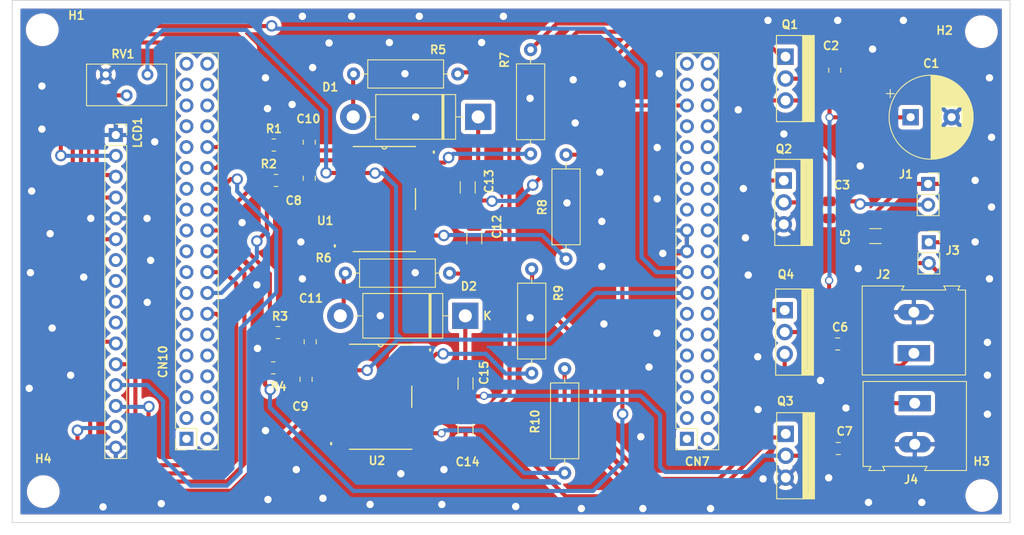
<source format=kicad_pcb>
(kicad_pcb (version 20221018) (generator pcbnew)
  (layers (0 "F.Cu" signal) (31 "B.Cu" signal) (34 "B.Paste" user) (35 "F.Paste" user) (36 "B.SilkS" user "B.Silkscreen") (37 "F.SilkS" user "F.Silkscreen") (38 "B.Mask" user) (39 "F.Mask" user) (44 "Edge.Cuts" user))
  (net 0 "")
  (net 1 "Vdrive")
  (net 2 "GND")
  (net 3 "S1")
  (net 4 "/out+")
  (net 5 "S3")
  (net 6 "/InL1")
  (net 7 "/InL")
  (net 8 "/InH1")
  (net 9 "/InH")
  (net 10 "VDD")
  (net 11 "/VSH1")
  (net 12 "/VSH")
  (net 13 "Net-(D1-A)")
  (net 14 "Net-(D2-A)")
  (net 15 "+3.3V")
  (net 16 "+5V")
  (net 17 "A3")
  (net 18 "D12")
  (net 19 "D11")
  (net 20 "D10")
  (net 21 "D8")
  (net 22 "D7")
  (net 23 "D6")
  (net 24 "D5")
  (net 25 "D4")
  (net 26 "D9")
  (net 27 "Net-(LCD1-Pin_3)")
  (net 32 "M1")
  (net 33 "M2")
  (net 34 "M4")
  (net 35 "M3")
  (net 36 "/OutH1")
  (net 37 "/OutL1")
  (net 38 "/OutH")
  (net 39 "/OutL")
  (net 40 "/CPO_1")
  (net 41 "/CP-1")
  (net 42 "/CP+1")
  (net 43 "/OPO1")
  (net 44 "/OP-1")
  (net 45 "/OP+1")
  (net 47 "/CPO_")
  (net 48 "/CP-")
  (net 49 "/CP+")
  (net 50 "/OPO")
  (net 51 "/OP-")
  (net 52 "/OP+")
  (footprint "IRF840-final:TO-220-1" (layer "F.Cu") (at 148.6631 127.8158 -90)
    (fp_text reference "Q3")
    (fp_text value "IRF840")
  )
  (footprint "MountingHole:MountingHole_3mm" (layer "F.Cu") (at 58.039 75.8952)
    (fp_text reference "H1")
    (fp_text value "MountingHole")
  )
  (footprint "Gate-Driver-final:PG-DSO-18-2_INF" (layer "F.Cu") (at 99.2868 120.6244)
    (fp_text reference "U2")
    (fp_text value "2ED020I12-FI")
  )
  (footprint "Capacitor_SMD:C_1206_3216Metric_Pad1.33x1.80mm_HandSolder" (layer "F.Cu") (at 109.6358 119.0094 -90)
    (fp_text reference "C15")
    (fp_text value "470n")
  )
  (footprint "Connector_PinSocket_2.54mm:PinSocket_1x02_P2.54mm_Vertical" (layer "F.Cu") (at 166.1039 101.7912)
    (fp_text reference "J3")
    (fp_text value "Conn_01x02")
  )
  (footprint "IRF840-final:TO-220-1" (layer "F.Cu") (at 148.4248 96.9347 -90)
    (fp_text reference "Q2")
    (fp_text value "IRF840")
  )
  (footprint "Capacitor_SMD:C_1206_3216Metric_Pad1.33x1.80mm_HandSolder" (layer "F.Cu") (at 109.6358 124.6594 -90)
    (fp_text reference "C14")
    (fp_text value "470n")
  )
  (footprint "Resistor_THT:R_Axial_DIN0309_L9.0mm_D3.2mm_P12.70mm_Horizontal" (layer "F.Cu") (at 117.7 117.75 90)
    (fp_text reference "R9")
    (fp_text value "10")
  )
  (footprint "TerminalBlock:TerminalBlock_Altech_AK300-2_P5.00mm" (layer "F.Cu") (at 164.2839 115.3182 90)
    (fp_text reference "J2")
    (fp_text value "Screw_Terminal_01x02")
  )
  (footprint "Resistor_THT:R_Axial_DIN0309_L9.0mm_D3.2mm_P12.70mm_Horizontal" (layer "F.Cu") (at 108.6866 81.28 180)
    (fp_text reference "R5")
    (fp_text value "10")
  )
  (footprint "Capacitor_SMD:C_0805_2012Metric_Pad1.18x1.45mm_HandSolder" (layer "F.Cu") (at 155.0631 126.9339)
    (fp_text reference "C7")
    (fp_text value "20p")
  )
  (footprint "Resistor_THT:R_Axial_DIN0309_L9.0mm_D3.2mm_P12.70mm_Horizontal" (layer "F.Cu") (at 107.6858 105.5594 180)
    (fp_text reference "R6")
    (fp_text value "10")
  )
  (footprint "Capacitor_SMD:C_0805_2012Metric_Pad1.18x1.45mm_HandSolder" (layer "F.Cu") (at 90.5858 93.9969 -90)
    (fp_text reference "C8")
    (fp_text value "470p")
  )
  (footprint "Capacitor_SMD:C_0805_2012Metric_Pad1.18x1.45mm_HandSolder" (layer "F.Cu") (at 90.7 113.919 90)
    (fp_text reference "C11")
    (fp_text value "20p")
  )
  (footprint "Resistor_SMD:R_0805_2012Metric_Pad1.20x1.40mm_HandSolder" (layer "F.Cu") (at 86.2 117.1)
    (fp_text reference "R4")
    (fp_text value "330")
  )
  (footprint "IRF840-final:TO-220-1" (layer "F.Cu") (at 148.5382 112.74115 -90)
    (fp_text reference "Q4")
    (fp_text value "IRF840")
  )
  (footprint "Connector_PinSocket_2.54mm:PinSocket_2x19_P2.54mm_Vertical" (layer "F.Cu") (at 136.6158 125.7554 180)
    (fp_text reference "CN7")
    (fp_text value "Conn_02x19_Odd_Even")
  )
  (footprint "Connector_PinSocket_2.54mm:PinSocket_1x02_P2.54mm_Vertical" (layer "F.Cu") (at 166.0229 94.6792)
    (fp_text reference "J1")
    (fp_text value "Conn_01x02")
  )
  (footprint "Capacitor_SMD:C_0805_2012Metric_Pad1.18x1.45mm_HandSolder" (layer "F.Cu") (at 90.2 118.5 -90)
    (fp_text reference "C9")
    (fp_text value "470p")
  )
  (footprint "Capacitor_SMD:C_0805_2012Metric_Pad1.18x1.45mm_HandSolder" (layer "F.Cu") (at 154.9882 114.19115)
    (fp_text reference "C6")
    (fp_text value "20p")
  )
  (footprint "Resistor_SMD:R_0805_2012Metric_Pad1.20x1.40mm_HandSolder" (layer "F.Cu") (at 86.5298 94.2554)
    (fp_text reference "R2")
    (fp_text value "330")
  )
  (footprint "Connector_PinSocket_2.54mm:PinSocket_2x19_P2.54mm_Vertical" (layer "F.Cu") (at 75.6158 125.7554 180)
    (fp_text reference "CN10")
    (fp_text value "Conn_02x19_Odd_Even")
  )
  (footprint "Capacitor_SMD:C_1206_3216Metric_Pad1.33x1.80mm_HandSolder" (layer "F.Cu") (at 159.5939 101.0432)
    (fp_text reference "C5")
    (fp_text value "470n")
  )
  (footprint "Resistor_THT:R_Axial_DIN0309_L9.0mm_D3.2mm_P12.70mm_Horizontal" (layer "F.Cu") (at 121.7158 129.9074 90)
    (fp_text reference "R10")
    (fp_text value "10")
  )
  (footprint "Capacitor_SMD:C_0805_2012Metric_Pad1.18x1.45mm_HandSolder" (layer "F.Cu") (at 154.6352 80.8189 90)
    (fp_text reference "C2")
    (fp_text value "20p")
  )
  (footprint "Resistor_THT:R_Axial_DIN0309_L9.0mm_D3.2mm_P12.70mm_Horizontal" (layer "F.Cu") (at 121.8858 103.8274 90)
    (fp_text reference "R8")
    (fp_text value "10")
  )
  (footprint "Gate-Driver-final:PG-DSO-18-2_INF" (layer "F.Cu") (at 99.7368 96.5244)
    (fp_text reference "U1")
    (fp_text value "2ED020I12-FI")
  )
  (footprint "MountingHole:MountingHole_3mm" (layer "F.Cu") (at 58.166 132.1816)
    (fp_text reference "H4")
    (fp_text value "MountingHole")
  )
  (footprint "Capacitor_SMD:C_1206_3216Metric_Pad1.33x1.80mm_HandSolder" (layer "F.Cu") (at 109.9 95.1125 -90)
    (fp_text reference "C13")
    (fp_text value "470n")
  )
  (footprint "Resistor_THT:R_Axial_DIN0309_L9.0mm_D3.2mm_P12.70mm_Horizontal" (layer "F.Cu") (at 117.5658 91.0174 90)
    (fp_text reference "R7")
    (fp_text value "10")
  )
  (footprint "Diode_THT:D_DO-201AD_P15.24mm_Horizontal" (layer "F.Cu") (at 111.1758 86.5124 180)
    (fp_text reference "D1")
    (fp_text value "1N5822")
  )
  (footprint "Diode_THT:D_DO-201AD_P15.24mm_Horizontal" (layer "F.Cu") (at 109.6058 110.7594 180)
    (fp_text reference "D2")
    (fp_text value "1N5822")
  )
  (footprint "Capacitor_SMD:C_0805_2012Metric_Pad1.18x1.45mm_HandSolder" (layer "F.Cu") (at 153.9748 97.8447 -90)
    (fp_text reference "C3")
    (fp_text value "20p")
  )
  (footprint "Capacitor_SMD:C_0805_2012Metric_Pad1.18x1.45mm_HandSolder" (layer "F.Cu") (at 90.5858 89.5969 90)
    (fp_text reference "C10")
    (fp_text value "20p")
  )
  (footprint "Capacitor_THT:CP_Radial_D10.0mm_P5.00mm" (layer "F.Cu") (at 163.882323 86.55)
    (fp_text reference "C1")
    (fp_text value "470u")
  )
  (footprint "MountingHole:MountingHole_3mm" (layer "F.Cu") (at 172.5168 76.1238)
    (fp_text reference "H2")
    (fp_text value "MountingHole")
  )
  (footprint "Resistor_SMD:R_0805_2012Metric_Pad1.20x1.40mm_HandSolder" (layer "F.Cu") (at 86.2758 89.9374)
    (fp_text reference "R1")
    (fp_text value "47")
  )
  (footprint "IRF840-final:TO-220-1" (layer "F.Cu") (at 148.6352 81.8389 -90)
    (fp_text reference "Q1")
    (fp_text value "IRF840")
  )
  (footprint "MountingHole:MountingHole_3mm" (layer "F.Cu") (at 172.5676 132.6642)
    (fp_text reference "H3")
    (fp_text value "MountingHole")
  )
  (footprint "Resistor_SMD:R_0805_2012Metric_Pad1.20x1.40mm_HandSolder" (layer "F.Cu") (at 86.7838 112.7974)
    (fp_text reference "R3")
    (fp_text value "47")
  )
  (footprint "Potentiometer_THT:Potentiometer_Bourns_3386X_Horizontal" (layer "F.Cu") (at 70.8658 81.3474 -90)
    (fp_text reference "RV1")
    (fp_text value "1k")
  )
  (footprint "Capacitor_SMD:C_1206_3216Metric_Pad1.33x1.80mm_HandSolder" (layer "F.Cu") (at 110.7 101.3 -90)
    (fp_text reference "C12")
    (fp_text value "470n")
  )
  (footprint "Connector_PinSocket_2.54mm:PinSocket_1x16_P2.54mm_Vertical" (layer "F.Cu") (at 67.0048 88.7222)
    (fp_text reference "LCD1")
    (fp_text value "Conn_01x16")
  )
  (footprint "TerminalBlock:TerminalBlock_Altech_AK300-2_P5.00mm" (layer "F.Cu") (at 164.3888 121.412 -90)
    (fp_text reference "J4")
    (fp_text value "Screw_Terminal_01x02")
  )
  (gr_rect (start 54.3814 72.3138) (end 175.9966 135.9662) (stroke (width 0.1)) (fill none) (layer "Edge.Cuts"))
  (segment (start 154.6352 81.8564) (end 148.6527 81.8564) (width 0.5) (layer "F.Cu") (net 1))
  (segment (start 154 86.5632) (end 163.7898 86.5632) (width 0.5) (layer "F.Cu") (net 1))
  (segment (start 163.7898 86.5632) (end 163.8866 86.4664) (width 0.5) (layer "F.Cu") (net 1))
  (segment (start 151.24115 112.74115) (end 148.5382 112.74115) (width 0.5) (layer "F.Cu") (net 1))
  (segment (start 153.9507 114.19115) (end 153.9507 115.8507) (width 0.5) (layer "F.Cu") (net 1))
  (segment (start 154.6479 81.9537) (end 154.6479 81.8112) (width 0.5) (layer "F.Cu") (net 1))
  (segment (start 148.6527 81.8564) (end 148.6352 81.8389) (width 0.5) (layer "F.Cu") (net 1))
  (segment (start 154 86.5632) (end 154 84.3479) (width 0.5) (layer "F.Cu") (net 1))
  (segment (start 153.9507 114.19115) (end 152.69115 114.19115) (width 0.5) (layer "F.Cu") (net 1))
  (segment (start 154.686 81.9072) (end 154.6352 81.8564) (width 0.5) (layer "F.Cu") (net 1))
  (segment (start 152.69115 114.19115) (end 151.24115 112.74115) (width 0.5) (layer "F.Cu") (net 1))
  (segment (start 153.9507 115.8507) (end 154.94 116.84) (width 0.5) (layer "F.Cu") (net 1))
  (segment (start 162.7621 116.84) (end 164.2839 115.3182) (width 0.5) (layer "F.Cu") (net 1))
  (segment (start 154.94 116.84) (end 162.7621 116.84) (width 0.5) (layer "F.Cu") (net 1))
  (segment (start 154 84.3479) (end 154.6352 83.7127) (width 0.5) (layer "F.Cu") (net 1))
  (segment (start 154.6352 83.7127) (end 154.6352 81.8564) (width 0.5) (layer "F.Cu") (net 1))
  (segment (start 153.9507 106.4507) (end 153.9507 114.19115) (width 0.5) (layer "F.Cu") (net 1))
  (via (at 153.9507 106.4507) (size 1) (drill 0.7) (layers "F.Cu" "B.Cu") (net 1))
  (via (at 154 86.5632) (size 1) (drill 0.7) (layers "F.Cu" "B.Cu") (net 1))
  (segment (start 154 106.4014) (end 153.9507 106.4507) (width 0.5) (layer "B.Cu") (net 1))
  (segment (start 154 86.5632) (end 154 106.4014) (width 0.5) (layer "B.Cu") (net 1))
  (segment (start 154.0073 98.9147) (end 153.9748 98.8822) (width 0.5) (layer "F.Cu") (net 2))
  (segment (start 156.1506 126.8839) (end 156.1006 126.9339) (width 0.5) (layer "F.Cu") (net 2))
  (segment (start 101.3158 126.3394) (end 103.9858 126.3394) (width 0.5) (layer "F.Cu") (net 2))
  (segment (start 133.6802 103.1494) (end 136.3618 103.1494) (width 0.5) (layer "F.Cu") (net 2))
  (segment (start 104.4358 102.2394) (end 104.4378 102.2374) (width 0.5) (layer "F.Cu") (net 2))
  (segment (start 98.9858 124.0094) (end 101.3158 126.3394) (width 0.5) (layer "F.Cu") (net 2))
  (segment (start 98.6358 101.0094) (end 99.8658 102.2394) (width 0.5) (layer "F.Cu") (net 2))
  (segment (start 95.0378 94.6194) (end 96.4997 94.6194) (width 0.5) (layer "F.Cu") (net 2))
  (segment (start 98.9858 121.6555) (end 98.9858 124.0094) (width 0.5) (layer "F.Cu") (net 2))
  (segment (start 136.6158 100.3554) (end 136.6158 102.8954) (width 0.5) (layer "F.Cu") (net 2))
  (segment (start 98.6358 96.7555) (end 98.6358 101.0094) (width 0.5) (layer "F.Cu") (net 2))
  (segment (start 99.8658 102.2394) (end 104.4358 102.2394) (width 0.5) (layer "F.Cu") (net 2))
  (segment (start 136.3618 103.1494) (end 136.6158 102.8954) (width 0.5) (layer "F.Cu") (net 2))
  (segment (start 94.5878 118.7194) (end 96.0497 118.7194) (width 0.5) (layer "F.Cu") (net 2))
  (segment (start 148.3091 99.7204) (end 148.4248 99.6047) (width 0.5) (layer "F.Cu") (net 2))
  (segment (start 67.0048 98.8822) (end 70.8152 98.8822) (width 0.5) (layer "F.Cu") (net 2))
  (segment (start 96.4997 94.6194) (end 98.6358 96.7555) (width 0.5) (layer "F.Cu") (net 2))
  (segment (start 90.5858 95.0344) (end 90.7602 94.86) (width 0.5) (layer "F.Cu") (net 2))
  (segment (start 96.0497 118.7194) (end 98.9858 121.6555) (width 0.5) (layer "F.Cu") (net 2))
  (via (at 115.75 134) (size 1.4) (drill 0.9) (layers "F.Cu" "B.Cu") (net 2))
  (via (at 71.75 89.55) (size 1.4) (drill 0.9) (layers "F.Cu" "B.Cu") (net 2))
  (via (at 173.5 81.75) (size 1.4) (drill 0.9) (layers "F.Cu" "B.Cu") (net 2))
  (via (at 117.5 84.25) (size 1.4) (drill 0.9) (layers "F.Cu" "B.Cu") (net 2))
  (via (at 84.201 106.9848) (size 1.4) (drill 0.9) (layers "F.Cu" "B.Cu") (net 2))
  (via (at 173.75 89) (size 1.4) (drill 0.9) (layers "F.Cu" "B.Cu") (net 2))
  (via (at 58 82.75) (size 1.4) (drill 0.9) (layers "F.Cu" "B.Cu") (net 2))
  (via (at 171.75 94.25) (size 1.4) (drill 0.9) (layers "F.Cu" "B.Cu") (net 2))
  (via (at 145.8976 130.6322) (size 1.4) (drill 0.9) (layers "F.Cu" "B.Cu") (net 2))
  (via (at 157.75 92.5) (size 1.4) (drill 0.9) (layers "F.Cu" "B.Cu") (net 2))
  (via (at 117.5 111) (size 1.4) (drill 0.9) (layers "F.Cu" "B.Cu") (net 2))
  (via (at 144.0942 105.791) (size 1.4) (drill 0.9) (layers "F.Cu" "B.Cu") (net 2))
  (via (at 148.4376 88.5952) (size 1.4) (drill 0.9) (layers "F.Cu" "B.Cu") (net 2))
  (via (at 156 122) (size 1.4) (drill 0.9) (layers "F.Cu" "B.Cu") (net 2))
  (via (at 133.6802 103.1494) (size 1.4) (drill 0.9) (layers "F.Cu" "B.Cu") (net 2))
  (via (at 153.8986 130.5052) (size 1.4) (drill 0.9) (layers "F.Cu" "B.Cu") (net 2))
  (via (at 85.5 85.5) (size 1.4) (drill 0.9) (layers "F.Cu" "B.Cu") (net 2))
  (via (at 63.0936 106.045) (size 1.4) (drill 0.9) (layers "F.Cu" "B.Cu") (net 2))
  (via (at 63.9572 98.8822) (size 1.4) (drill 0.9) (layers "F.Cu" "B.Cu") (net 2))
  (via (at 89 129.5) (size 1.4) (drill 0.9) (layers "F.Cu" "B.Cu") (net 2))
  (via (at 103.5 105.5) (size 1.4) (drill 0.9) (layers "F.Cu" "B.Cu") (net 2))
  (via (at 123 87.25) (size 1.4) (drill 0.9) (layers "F.Cu" "B.Cu") (net 2))
  (via (at 123.75 134.25) (size 1.4) (drill 0.9) (layers "F.Cu" "B.Cu") (net 2))
  (via (at 85.25 81.75) (size 1.4) (drill 0.9) (layers "F.Cu" "B.Cu") (net 2))
  (via (at 65.45 134.05) (size 1.4) (drill 0.9) (layers "F.Cu" "B.Cu") (net 2))
  (via (at 82.4 99.4) (size 1.4) (drill 0.9) (layers "F.Cu" "B.Cu") (net 2))
  (via (at 84.2772 114.7318) (size 1.4) (drill 0.9) (layers "F.Cu" "B.Cu") (net 2))
  (via (at 165.25 133.5) (size 1.4) (drill 0.9) (layers "F.Cu" "B.Cu") (net 2))
  (via (at 59 100.75) (size 1.4) (drill 0.9) (layers "F.Cu" "B.Cu") (net 2))
  (via (at 58 88) (size 1.4) (drill 0.9) (layers "F.Cu" "B.Cu") (net 2))
  (via (at 146.5 74.75) (size 1.4) (drill 0.9) (layers "F.Cu" "B.Cu") (net 2))
  (via (at 131 125.5) (size 1.4) (drill 0.9) (layers "F.Cu" "B.Cu") (net 2))
  (via (at 91 80.5) (size 1.4) (drill 0.9) (layers "F.Cu" "B.Cu") (net 2))
  (via (at 171.75 101.75) (size 1.4) (drill 0.9) (layers "F.Cu" "B.Cu") (net 2))
  (via (at 56.6 105.5) (size 1.4) (drill 0.9) (layers "F.Cu" "B.Cu") (net 2))
  (via (at 128.75 82.5) (size 1.4) (drill 0.9) (layers "F.Cu" "B.Cu") (net 2))
  (via (at 89.5604 101.7524) (size 1.4) (drill 0.9) (layers "F.Cu" "B.Cu") (net 2))
  (via (at 139.5 134.25) (size 1.4) (drill 0.9) (layers "F.Cu" "B.Cu") (net 2))
  (via (at 132 117) (size 1.4) (drill 0.9) (layers "F.Cu" "B.Cu") (net 2))
  (via (at 85.25 124.75) (size 1.4) (drill 0.9) (layers "F.Cu" "B.Cu") (net 2))
  (via (at 126.25 104.75) (size 1.4) (drill 0.9) (layers "F.Cu" "B.Cu") (net 2))
  (via (at 159.25 78.25) (size 1.4) (drill 0.9) (layers "F.Cu" "B.Cu") (net 2))
  (via (at 85.55 133.15) (size 1.4) (drill 0.9) (layers "F.Cu" "B.Cu") (net 2))
  (via (at 104 74.25) (size 1.4) (drill 0.9) (layers "F.Cu" "B.Cu") (net 2))
  (via (at 131.25 134.25) (size 1.4) (drill 0.9) (layers "F.Cu" "B.Cu") (net 2))
  (via (at 152.908 118.6434) (size 1.4) (drill 0.9) (layers "F.Cu" "B.Cu") (net 2))
  (via (at 99.25 110.75) (size 1.4) (drill 0.9) (layers "F.Cu" "B.Cu") (net 2))
  (via (at 133 96.5) (size 1.4) (drill 0.9) (layers "F.Cu" "B.Cu") (net 2))
  (via (at 126 93.25) (size 1.4) (drill 0.9) (layers "F.Cu" "B.Cu") (net 2))
  (via (at 71.25 104) (size 1.4) (drill 0.9) (layers "F.Cu" "B.Cu") (net 2))
  (via (at 122.7582 81.9912) (size 1.4) (drill 0.9) (layers "F.Cu" "B.Cu") (net 2))
  (via (at 133.25 81.25) (size 1.4) (drill 0.9) (layers "F.Cu" "B.Cu") (net 2))
  (via (at 133 90.25) (size 1.4) (drill 0.9) (layers "F.Cu" "B.Cu") (net 2))
  (via (at 95.75 74.25) (size 1.4) (drill 0.9) (layers "F.Cu" "B.Cu") (net 2))
  (via (at 126.25 99.25) (size 1.4) (drill 0.9) (layers "F.Cu" "B.Cu") (net 2))
  (via (at 114.25 74.25) (size 1.4) (drill 0.9) (layers "F.Cu" "B.Cu") (net 2))
  (via (at 111.6 77.45) (size 1.4) (drill 0.9) (layers "F.Cu" "B.Cu") (net 2))
  (via (at 132.969 112.8776) (size 1.4) (drill 0.9) (layers "F.Cu" "B.Cu") (net 2))
  (via (at 145.25 115.75) (size 1.4) (drill 0.9) (layers "F.Cu" "B.Cu") (net 2))
  (via (at 70.8406 109.1184) (size 1.4) (drill 0.9) (layers "F.Cu" "B.Cu") (net 2))
  (via (at 56.75 95.55) (size 1.4) (drill 0.9) (layers "F.Cu" "B.Cu") (net 2))
  (via (at 59.25 112.25) (size 1.4) (drill 0.9) (layers "F.Cu" "B.Cu") (net 2))
  (via (at 92.25 133) (size 1.4) (drill 0.9) (layers "F.Cu" "B.Cu") (net 2))
  (via (at 122 97) (size 1.4) (drill 0.9) (layers "F.Cu" "B.Cu") (net 2))
  (via (at 61.5 118) (size 1.4) (drill 0.9) (layers "F.Cu" "B.Cu") (net 2))
  (via (at 88.5 85) (size 1.4) (drill 0.9) (layers "F.Cu" "B.Cu") (net 2))
  (via (at 157.5 105) (size 1.4) (drill 0.9) (layers "F.Cu" "B.Cu") (net 2))
  (via (at 173.25 114) (size 1.4) (drill 0.9) (layers "F.Cu" "B.Cu") (net 2))
  (via (at 143.75 101.25) (size 1.4) (drill 0.9) (layers "F.Cu" "B.Cu") (net 2))
  (via (at 126.5 111.75) (size 1.4) (drill 0.9) (layers "F.Cu" "B.Cu") (net 2))
  (via (at 158.75 133.5) (size 1.4) (drill 0.9) (layers "F.Cu" "B.Cu") (net 2))
  (via (at 163 74.75) (size 1.4) (drill 0.9) (layers "F.Cu" "B.Cu") (net 2))
  (via (at 89.75 106.25) (size 1.4) (drill 0.9) (layers "F.Cu" "B.Cu") (net 2))
  (via (at 142.875 85.6488) (size 1.4) (drill 0.9) (layers "F.Cu" "B.Cu") (net 2))
  (via (at 89.75 74.25) (size 1.4) (drill 0.9) (layers "F.Cu" "B.Cu") (net 2))
  (via (at 173.5 106.25) (size 1.4) (drill 0.9) (layers "F.Cu" "B.Cu") (net 2))
  (via (at 145.288 122.174) (size 1.4) (drill 0.9) (layers "F.Cu" "B.Cu") (net 2))
  (via (at 98 133.75) (size 1.4) (drill 0.9) (layers "F.Cu" "B.Cu") (net 2))
  (via (at 101.75 130) (size 1.4) (drill 0.9) (layers "F.Cu" "B.Cu") (net 2))
  (via (at 103.5558 86.5124) (size 1.4) (drill 0.9) (layers "F.Cu" "B.Cu") (net 2))
  (via (at 106.75 133.75) (size 1.4) (drill 0.9) (layers "F.Cu" "B.Cu") (net 2))
  (via (at 155 74.75) (size 1.4) (drill 0.9) (layers "F.Cu" "B.Cu") (net 2))
  (via (at 173.75 97.5) (size 1.4) (drill 0.9) (layers "F.Cu" "B.Cu") (net 2))
  (via (at 93 77.5) (size 1.4) (drill 0.9) (layers "F.Cu" "B.Cu") (net 2))
  (via (at 143.5 95.25) (size 1.4) (drill 0.9) (layers "F.Cu" "B.Cu") (net 2))
  (via (at 100.35 77.45) (size 1.4) (drill 0.9) (layers "F.Cu" "B.Cu") (net 2))
  (via (at 72.55 133.65) (size 1.4) (drill 0.9) (layers "F.Cu" "B.Cu") (net 2))
  (via (at 56.45 119.6) (size 1.4) (drill 0.9) (layers "F.Cu" "B.Cu") (net 2))
  (via (at 173.25 118) (size 1.4) (drill 0.9) (layers "F.Cu" "B.Cu") (net 2))
  (via (at 107 129.5) (size 1.4) (drill 0.9) (layers "F.Cu" "B.Cu") (net 2))
  (via (at 102.25 81.25) (size 1.4) (drill 0.9) (layers "F.Cu" "B.Cu") (net 2))
  (via (at 70.8152 98.8822) (size 1.4) (drill 0.9) (layers "F.Cu" "B.Cu") (net 2))
  (via (at 173.25 122.75) (size 1.4) (drill 0.9) (layers "F.Cu" "B.Cu") (net 2))
  (segment (start 107.506686 96.7) (end 105.426086 94.6194) (width 0.5) (layer "F.Cu") (net 3))
  (segment (start 153.9748 91.8718) (end 152.4254 90.3224) (width 0.5) (layer "F.Cu") (net 3))
  (segment (start 142.025686 76.1332) (end 145.9 80.007514) (width 0.5) (layer "F.Cu") (net 3))
  (segment (start 129.3 76.1332) (end 142.025686 76.1332) (width 0.5) (layer "F.Cu") (net 3))
  (segment (start 150.1679 84.5089) (end 151.2062 85.5472) (width 0.5) (layer "F.Cu") (net 3))
  (segment (start 112.8641 96.7859) (end 112.7782 96.7) (width 0.5) (layer "F.Cu") (net 3))
  (segment (start 153.8473 96.9347) (end 153.9748 96.8072) (width 0.5) (layer "F.Cu") (net 3))
  (segment (start 157.8318 97.2312) (end 157.6832 97.2312) (width 0.5) (layer "F.Cu") (net 3))
  (segment (start 102.9739 90.8094) (end 102.0358 91.7475) (width 0.5) (layer "F.Cu") (net 3))
  (segment (start 112.7782 96.7) (end 107.506686 96.7) (width 0.5) (layer "F.Cu") (net 3))
  (segment (start 145.9 83.7) (end 146.7089 84.5089) (width 0.5) (layer "F.Cu") (net 3))
  (segment (start 102.0358 91.7475) (end 102.0358 93.6813) (width 0.5) (layer "F.Cu") (net 3))
  (segment (start 117.8306 94.8182) (end 120 92.6488) (width 0.5) (layer "F.Cu") (net 3))
  (segment (start 145.9 80.007514) (end 145.9 83.7) (width 0.5) (layer "F.Cu") (net 3))
  (segment (start 153.9748 96.8072) (end 154.1673 96.6147) (width 0.5) (layer "F.Cu") (net 3))
  (segment (start 102.9739 94.6194) (end 104.4358 94.6194) (width 0.5) (layer "F.Cu") (net 3))
  (segment (start 102.0358 93.6813) (end 102.9739 94.6194) (width 0.5) (layer "F.Cu") (net 3))
  (segment (start 157.2592 96.8072) (end 157.6832 97.2312) (width 0.5) (layer "F.Cu") (net 3))
  (segment (start 104.4358 90.8094) (end 102.9739 90.8094) (width 0.5) (layer "F.Cu") (net 3))
  (segment (start 151.2062 89.1032) (end 152.4254 90.3224) (width 0.5) (layer "F.Cu") (net 3))
  (segment (start 146.7089 84.5089) (end 148.6352 84.5089) (width 0.5) (layer "F.Cu") (net 3))
  (segment (start 153.9748 96.8072) (end 153.9748 91.8718) (width 0.5) (layer "F.Cu") (net 3))
  (segment (start 120 92.6488) (end 120 79.4) (width 0.5) (layer "F.Cu") (net 3))
  (segment (start 151.2062 85.5472) (end 151.2062 89.1032) (width 0.5) (layer "F.Cu") (net 3))
  (segment (start 148.6352 84.5089) (end 150.1679 84.5089) (width 0.5) (layer "F.Cu") (net 3))
  (segment (start 120 79.4) (end 123.2668 76.1332) (width 0.5) (layer "F.Cu") (net 3))
  (segment (start 153.9748 96.8072) (end 157.2592 96.8072) (width 0.5) (layer "F.Cu") (net 3))
  (segment (start 123.2668 76.1332) (end 129.3 76.1332) (width 0.5) (layer "F.Cu") (net 3))
  (segment (start 105.426086 94.6194) (end 104.4358 94.6194) (width 0.5) (layer "F.Cu") (net 3))
  (segment (start 148.4248 96.9347) (end 153.8473 96.9347) (width 0.5) (layer "F.Cu") (net 3))
  (via (at 157.734 97.1296) (size 1.4) (drill 0.9) (layers "F.Cu" "B.Cu") (net 3))
  (via (at 117.8306 94.8182) (size 1.4) (drill 0.9) (layers "F.Cu" "B.Cu") (net 3))
  (via (at 112.8641 96.7859) (size 1.4) (drill 0.9) (layers "F.Cu" "B.Cu") (net 3))
  (segment (start 112.8641 96.7859) (end 112.8641 96.7877) (width 0.5) (layer "B.Cu") (net 3))
  (segment (start 112.8641 96.7877) (end 112.9858 96.9094) (width 0.5) (layer "B.Cu") (net 3))
  (segment (start 112.9 96.75) (end 115.8988 96.75) (width 0.5) (layer "B.Cu") (net 3))
  (segment (start 112.8641 96.7859) (end 112.9 96.75) (width 0.5) (layer "B.Cu") (net 3))
  (segment (start 157.734 97.1296) (end 166.0229 97.2192) (width 0.5) (layer "B.Cu") (net 3))
  (segment (start 157.6832 97.2312) (end 157.6952 97.2192) (width 0.5) (layer "B.Cu") (net 3))
  (segment (start 115.8988 96.75) (end 117.8306 94.8182) (width 0.5) (layer "B.Cu") (net 3))
  (segment (start 157.6952 97.2192) (end 157.734 97.1296) (width 0.5) (layer "B.Cu") (net 3))
  (segment (start 158.0314 101.0432) (end 158.0314 99.7532) (width 0.5) (layer "F.Cu") (net 4))
  (segment (start 158.0314 99.7532) (end 163.1054 94.6792) (width 0.5) (layer "F.Cu") (net 4))
  (segment (start 168.6306 100.6602) (end 167.4996 101.7912) (width 0.5) (layer "F.Cu") (net 4))
  (segment (start 168.6306 95.631) (end 168.6306 100.6602) (width 0.5) (layer "F.Cu") (net 4))
  (segment (start 167.6788 94.6792) (end 168.6306 95.631) (width 0.5) (layer "F.Cu") (net 4))
  (segment (start 166.0229 94.6792) (end 167.6788 94.6792) (width 0.5) (layer "F.Cu") (net 4))
  (segment (start 163.1054 94.6792) (end 166.0229 94.6792) (width 0.5) (layer "F.Cu") (net 4))
  (segment (start 167.4996 101.7912) (end 166.1039 101.7912) (width 0.5) (layer "F.Cu") (net 4))
  (segment (start 101.9358 114.9094) (end 101.0358 115.8094) (width 0.5) (layer "F.Cu") (net 5))
  (segment (start 166.1039 104.3312) (end 170.3 108.5273) (width 0.5) (layer "F.Cu") (net 5))
  (segment (start 154.52415 120.4) (end 154.762075 120.162075) (width 0.5) (layer "F.Cu") (net 5))
  (segment (start 153.0878 120.6622) (end 153.2756 120.85) (width 0.5) (layer "F.Cu") (net 5))
  (segment (start 103.9858 114.9094) (end 101.9358 114.9094) (width 0.5) (layer "F.Cu") (net 5))
  (segment (start 154.0256 120.89855) (end 154.762075 120.162075) (width 0.5) (layer "F.Cu") (net 5))
  (segment (start 154.0256 121.6) (end 154.0256 120.4756) (width 0.5) (layer "F.Cu") (net 5))
  (segment (start 153.2756 120.85) (end 153.85 120.85) (width 0.5) (layer "F.Cu") (net 5))
  (segment (start 148.6631 127.8158) (end 153.1437 127.8158) (width 0.5) (layer "F.Cu") (net 5))
  (segment (start 103.9858 118.7194) (end 105.0878 118.7194) (width 0.5) (layer "F.Cu") (net 5))
  (segment (start 161.1564 101.0432) (end 161.1564 103.0564) (width 0.5) (layer "F.Cu") (net 5))
  (segment (start 101.6194 118.7194) (end 103.9858 118.7194) (width 0.5) (layer "F.Cu") (net 5))
  (segment (start 150.4736 120.4) (end 152.3 120.4) (width 0.5) (layer "F.Cu") (net 5))
  (segment (start 153.95 120.4) (end 154.52415 120.4) (width 0.5) (layer "F.Cu") (net 5))
  (segment (start 152.3 120.4) (end 152.8256 120.4) (width 0.5) (layer "F.Cu") (net 5))
  (segment (start 152.3 120.4) (end 153.95 120.4) (width 0.5) (layer "F.Cu") (net 5))
  (segment (start 156.48395 118.4402) (end 154.762075 120.162075) (width 0.5) (layer "F.Cu") (net 5))
  (segment (start 170.3 116.6) (end 168.4598 118.4402) (width 0.5) (layer "F.Cu") (net 5))
  (segment (start 153.1437 127.8158) (end 154.0256 126.9339) (width 0.5) (layer "F.Cu") (net 5))
  (segment (start 148.5382 118.4646) (end 150.4736 120.4) (width 0.5) (layer "F.Cu") (net 5))
  (segment (start 161.1122 101.0874) (end 161.1564 101.0432) (width 0.5) (layer "F.Cu") (net 5))
  (segment (start 153.0878 120.6622) (end 154.0256 121.6) (width 0.5) (layer "F.Cu") (net 5))
  (segment (start 170.3 108.5273) (end 170.3 116.6) (width 0.5) (layer "F.Cu") (net 5))
  (segment (start 109.6358 120.5719) (end 111.8233 120.5719) (width 0.5) (layer "F.Cu") (net 5))
  (segment (start 105.0878 118.7194) (end 106.9403 120.5719) (width 0.5) (layer "F.Cu") (net 5))
  (segment (start 111.8233 120.5719) (end 111.8858 120.5094) (width 0.5) (layer "F.Cu") (net 5))
  (segment (start 101.0358 115.8094) (end 101.0358 118.1358) (width 0.5) (layer "F.Cu") (net 5))
  (segment (start 152.8256 120.4) (end 153.0878 120.6622) (width 0.5) (layer "F.Cu") (net 5))
  (segment (start 168.4598 118.4402) (end 156.48395 118.4402) (width 0.5) (layer "F.Cu") (net 5))
  (segment (start 161.1564 103.0564) (end 162.4312 104.3312) (width 0.5) (layer "F.Cu") (net 5))
  (segment (start 101.0358 118.1358) (end 101.6194 118.7194) (width 0.5) (layer "F.Cu") (net 5))
  (segment (start 148.5382 115.41115) (end 148.5382 118.4646) (width 0.5) (layer "F.Cu") (net 5))
  (segment (start 106.9403 120.5719) (end 109.6358 120.5719) (width 0.5) (layer "F.Cu") (net 5))
  (segment (start 154.0131 126.9214) (end 154.0256 126.9339) (width 0.5) (layer "F.Cu") (net 5))
  (segment (start 154.0256 120.4756) (end 153.95 120.4) (width 0.5) (layer "F.Cu") (net 5))
  (segment (start 162.4312 104.3312) (end 166.1039 104.3312) (width 0.5) (layer "F.Cu") (net 5))
  (segment (start 154.0256 121.6) (end 154.0256 126.9339) (width 0.5) (layer "F.Cu") (net 5))
  (segment (start 154.0256 121.6) (end 154.0256 120.89855) (width 0.5) (layer "F.Cu") (net 5))
  (via (at 111.8858 120.5094) (size 1) (drill 0.7) (layers "F.Cu" "B.Cu") (net 5))
  (segment (start 133.35 129.159) (end 133.985 129.794) (width 0.5) (layer "B.Cu") (net 5))
  (segment (start 133.985 129.794) (end 143.9418 129.794) (width 0.5) (layer "B.Cu") (net 5))
  (segment (start 111.8858 120.5094) (end 130.9996 120.5094) (width 0.5) (layer "B.Cu") (net 5))
  (segment (start 130.9996 120.5094) (end 133.35 122.8598) (width 0.5) (layer "B.Cu") (net 5))
  (segment (start 133.35 122.8598) (end 133.35 129.159) (width 0.5) (layer "B.Cu") (net 5))
  (segment (start 145.926 127.8158) (end 148.6631 127.8158) (width 0.5) (layer "B.Cu") (net 5))
  (segment (start 145.923 127.8128) (end 145.926 127.8158) (width 0.5) (layer "B.Cu") (net 5))
  (segment (start 143.9418 129.794) (end 145.923 127.8128) (width 0.5) (layer "B.Cu") (net 5))
  (segment (start 93.9058 92.0794) (end 95.0378 92.0794) (width 0.5) (layer "F.Cu") (net 6))
  (segment (start 87.7858 93.9094) (end 88.7358 92.9594) (width 0.5) (layer "F.Cu") (net 6))
  (segment (start 88.7358 92.9594) (end 90.5858 92.9594) (width 0.5) (layer "F.Cu") (net 6))
  (segment (start 93.6264 91.8) (end 93.9058 92.0794) (width 0.5) (layer "F.Cu") (net 6))
  (segment (start 90.7406 92.9594) (end 91.9 91.8) (width 0.5) (layer "F.Cu") (net 6))
  (segment (start 91.9 91.8) (end 93.6264 91.8) (width 0.5) (layer "F.Cu") (net 6))
  (segment (start 90.5858 92.9594) (end 90.7406 92.9594) (width 0.5) (layer "F.Cu") (net 6))
  (segment (start 87.3 117.2) (end 89.9375 117.2) (width 0.5) (layer "F.Cu") (net 7))
  (segment (start 87.2 117.1) (end 87.3 117.2) (width 0.5) (layer "F.Cu") (net 7))
  (segment (start 92.4206 116.1794) (end 94.5878 116.1794) (width 0.5) (layer "F.Cu") (net 7))
  (segment (start 90.2 117.4625) (end 91.1375 117.4625) (width 0.5) (layer "F.Cu") (net 7))
  (segment (start 91.1375 117.4625) (end 92.4206 116.1794) (width 0.5) (layer "F.Cu") (net 7))
  (segment (start 89.9375 117.2) (end 90.2 117.4625) (width 0.5) (layer "F.Cu") (net 7))
  (segment (start 90.5858 90.6344) (end 90.6202 90.6) (width 0.5) (layer "F.Cu") (net 8))
  (segment (start 90.6202 90.6) (end 93.840614 90.6) (width 0.5) (layer "F.Cu") (net 8))
  (segment (start 90.5858 90.6344) (end 88.8344 90.6344) (width 0.5) (layer "F.Cu") (net 8))
  (segment (start 88.8344 90.6344) (end 88.1594 89.9594) (width 0.5) (layer "F.Cu") (net 8))
  (segment (start 93.840614 90.6) (end 94.050014 90.8094) (width 0.5) (layer "F.Cu") (net 8))
  (segment (start 88.1594 89.9594) (end 87.7858 89.9594) (width 0.5) (layer "F.Cu") (net 8))
  (segment (start 94.050014 90.8094) (end 95.0378 90.8094) (width 0.5) (layer "F.Cu") (net 8))
  (segment (start 87.9858 113.9858) (end 88.9565 114.9565) (width 0.5) (layer "F.Cu") (net 9))
  (segment (start 94.5878 114.9094) (end 91.1315 114.9094) (width 0.5) (layer "F.Cu") (net 9))
  (segment (start 87.9858 112.8094) (end 87.9858 113.9858) (width 0.5) (layer "F.Cu") (net 9))
  (segment (start 91.1315 114.9094) (end 91.0844 114.9565) (width 0.5) (layer "F.Cu") (net 9))
  (segment (start 88.9565 114.9565) (end 91.0844 114.9565) (width 0.5) (layer "F.Cu") (net 9))
  (segment (start 109.6273 123.0884) (end 109.6358 123.0969) (width 0.5) (layer "F.Cu") (net 10))
  (segment (start 114.3858 99.6) (end 114.9858 99) (width 0.5) (layer "F.Cu") (net 10))
  (segment (start 112.1579 123.0969) (end 109.6358 123.0969) (width 0.5) (layer "F.Cu") (net 10))
  (segment (start 114.253 105.6094) (end 114.9858 104.8766) (width 0.5) (layer "F.Cu") (net 10))
  (segment (start 105.4477 123.7994) (end 106.1587 123.0884) (width 0.5) (layer "F.Cu") (net 10))
  (segment (start 114.9858 99) (end 114.9858 98.4) (width 0.5) (layer "F.Cu") (net 10))
  (segment (start 104.4358 99.6994) (end 105.8977 99.6994) (width 0.5) (layer "F.Cu") (net 10))
  (segment (start 159.7 129.65) (end 159.7 123.4) (width 0.5) (layer "F.Cu") (net 10))
  (segment (start 113.5 99.6) (end 114.5858 99.6) (width 0.5) (layer "F.Cu") (net 10))
  (segment (start 110.8375 99.6) (end 113.5 99.6) (width 0.5) (layer "F.Cu") (net 10))
  (segment (start 112.1579 123.0969) (end 112.1749 123.0969) (width 0.5) (layer "F.Cu") (net 10))
  (segment (start 109.1184 81.0768) (end 108.6358 81.5594) (width 0.5) (layer "F.Cu") (net 10))
  (segment (start 114.9858 104.8766) (end 114.9858 100.5) (width 0.5) (layer "F.Cu") (net 10))
  (segment (start 107.4858 105.6094) (end 113.9 105.6094) (width 0.5) (layer "F.Cu") (net 10))
  (segment (start 114.253 105.6094) (end 114.4094 105.6094) (width 0.5) (layer "F.Cu") (net 10))
  (segment (start 105.8977 99.6994) (end 106.5625 99.0346) (width 0.5) (layer "F.Cu") (net 10))
  (segment (start 112.1749 123.0969) (end 112.4839 123.4059) (width 0.5) (layer "F.Cu") (net 10))
  (segment (start 114.8906 105.6094) (end 115 105.5) (width 0.5) (layer "F.Cu") (net 10))
  (segment (start 112.4966 122.7582) (end 112.4966 123.3932) (width 0.5) (layer "F.Cu") (net 10))
  (segment (start 103.9858 123.7994) (end 105.4477 123.7994) (width 0.5) (layer "F.Cu") (net 10))
  (segment (start 121.828 132.75) (end 156.6 132.75) (width 0.5) (layer "F.Cu") (net 10))
  (segment (start 106.1587 123.0884) (end 109.6273 123.0884) (width 0.5) (layer "F.Cu") (net 10))
  (segment (start 159.7 123.4) (end 161.688 121.412) (width 0.5) (layer "F.Cu") (net 10))
  (segment (start 106.5625 99.0346) (end 108.6346 99.0346) (width 0.5) (layer "F.Cu") (net 10))
  (segment (start 110.7 99.7375) (end 110.8375 99.6) (width 0.5) (layer "F.Cu") (net 10))
  (segment (start 112.4966 123.3932) (end 112.4839 123.4059) (width 0.5) (layer "F.Cu") (net 10))
  (segment (start 115 105.5) (end 115 106.2) (width 0.5) (layer "F.Cu") (net 10))
  (segment (start 114.9858 100.5) (end 114.9858 100) (width 0.5) (layer "F.Cu") (net 10))
  (segment (start 156.6 132.75) (end 159.7 129.65) (width 0.5) (layer "F.Cu") (net 10))
  (segment (start 115 120.2548) (end 112.4966 122.7582) (width 0.5) (layer "F.Cu") (net 10))
  (segment (start 114.9858 84.7094) (end 111.3532 81.0768) (width 0.5) (layer "F.Cu") (net 10))
  (segment (start 115 106.2) (end 115 120.2548) (width 0.5) (layer "F.Cu") (net 10))
  (segment (start 113.9 105.6094) (end 114.253 105.6094) (width 0.5) (layer "F.Cu") (net 10))
  (segment (start 113.9 105.6094) (end 114.8906 105.6094) (width 0.5) (layer "F.Cu") (net 10))
  (segment (start 115 104.8908) (end 115 105.5) (width 0.5) (layer "F.Cu") (net 10))
  (segment (start 108.6346 99.0346) (end 109.3375 99.7375) (width 0.5) (layer "F.Cu") (net 10))
  (segment (start 114.9858 98.4) (end 114.9858 84.7094) (width 0.5) (layer "F.Cu") (net 10))
  (segment (start 114.9858 104.8766) (end 115 104.8908) (width 0.5) (layer "F.Cu") (net 10))
  (segment (start 109.3375 99.7375) (end 110.7 99.7375) (width 0.5) (layer "F.Cu") (net 10))
  (segment (start 112.4966 122.7582) (end 112.1579 123.0969) (width 0.5) (layer "F.Cu") (net 10))
  (segment (start 114.9858 100) (end 114.9858 99) (width 0.5) (layer "F.Cu") (net 10))
  (segment (start 114.9858 100.2) (end 114.9858 100.5) (width 0.5) (layer "F.Cu") (net 10))
  (segment (start 161.688 121.412) (end 164.3888 121.412) (width 0.5) (layer "F.Cu") (net 10))
  (segment (start 114.5858 99.6) (end 114.8429 99.8571) (width 0.5) (layer "F.Cu") (net 10))
  (segment (start 111.3532 81.0768) (end 109.1184 81.0768) (width 0.5) (layer "F.Cu") (net 10))
  (segment (start 114.4094 105.6094) (end 115 106.2) (width 0.5) (layer "F.Cu") (net 10))
  (segment (start 112.4839 123.4059) (end 121.828 132.75) (width 0.5) (layer "F.Cu") (net 10))
  (segment (start 113.5 99.6) (end 114.3858 99.6) (width 0.5) (layer "F.Cu") (net 10))
  (segment (start 114.3858 99.6) (end 114.9858 100.2) (width 0.5) (layer "F.Cu") (net 10))
  (segment (start 107.929 93.3494) (end 108.497 93.9174) (width 0.5) (layer "F.Cu") (net 11))
  (segment (start 104.4358 93.3494) (end 107.929 93.3494) (width 0.5) (layer "F.Cu") (net 11))
  (segment (start 111.1758 87.4494) (end 111.1758 92.7069) (width 0.5) (layer "F.Cu") (net 11))
  (segment (start 111.1758 92.7069) (end 110.1358 93.7469) (width 0.5) (layer "F.Cu") (net 11))
  (segment (start 110.2858 86.5594) (end 111.1758 87.4494) (width 0.5) (layer "F.Cu") (net 11))
  (segment (start 109.9653 93.9174) (end 110.1358 93.7469) (width 0.5) (layer "F.Cu") (net 11))
  (segment (start 108.497 93.9174) (end 109.9653 93.9174) (width 0.5) (layer "F.Cu") (net 11))
  (segment (start 109.6058 110.7594) (end 109.6058 117.4169) (width 0.5) (layer "F.Cu") (net 12))
  (segment (start 109.6358 117.4469) (end 103.9883 117.4469) (width 0.5) (layer "F.Cu") (net 12))
  (segment (start 103.9883 117.4469) (end 103.9858 117.4494) (width 0.5) (layer "F.Cu") (net 12))
  (segment (start 109.6058 117.4169) (end 109.6358 117.4469) (width 0.5) (layer "F.Cu") (net 12))
  (segment (start 95.9358 81.5594) (end 95.9358 85.6694) (width 0.5) (layer "F.Cu") (net 13))
  (segment (start 95.9358 85.6694) (end 95.0458 86.5594) (width 0.5) (layer "F.Cu") (net 13))
  (segment (start 94.7858 110.3394) (end 94.3658 110.7594) (width 0.5) (layer "F.Cu") (net 14))
  (segment (start 94.7858 105.6094) (end 94.7858 110.3394) (width 0.5) (layer "F.Cu") (net 14))
  (segment (start 93.064814 117.4494) (end 94.5878 117.4494) (width 0.5) (layer "F.Cu") (net 15))
  (segment (start 92.3858 118.071901) (end 92.442313 118.071901) (width 0.5) (layer "F.Cu") (net 15))
  (segment (start 66.530786 132.08) (end 81.0768 132.08) (width 0.5) (layer "F.Cu") (net 15))
  (segment (start 98.6028 93.3704) (end 98.5818 93.3494) (width 0.5) (layer "F.Cu") (net 15))
  (segment (start 62.3316 127.880814) (end 66.530786 132.08) (width 0.5) (layer "F.Cu") (net 15))
  (segment (start 94.6384 117.3988) (end 94.5878 117.4494) (width 0.5) (layer "F.Cu") (net 15))
  (segment (start 98.5818 93.3494) (end 95.0378 93.3494) (width 0.5) (layer "F.Cu") (net 15))
  (segment (start 92.6358 93.3294) (end 92.6558 93.3494) (width 0.5) (layer "F.Cu") (net 15))
  (segment (start 92.3858 120.771) (end 92.3858 118.071901) (width 0.5) (layer "F.Cu") (net 15))
  (segment (start 81.0768 132.08) (end 92.3858 120.771) (width 0.5) (layer "F.Cu") (net 15))
  (segment (start 92.6558 93.3494) (end 95.0378 93.3494) (width 0.5) (layer "F.Cu") (net 15))
  (segment (start 97.6376 117.3988) (end 94.6384 117.3988) (width 0.5) (layer "F.Cu") (net 15))
  (segment (start 62.3316 124.714) (end 62.3316 127.880814) (width 0.5) (layer "F.Cu") (net 15))
  (segment (start 92.442313 118.071901) (end 93.064814 117.4494) (width 0.5) (layer "F.Cu") (net 15))
  (via (at 98.6028 93.3704) (size 1.4) (drill 0.9) (layers "F.Cu" "B.Cu") (net 15))
  (via (at 92.6358 93.3294) (size 1.4) (drill 0.9) (layers "F.Cu" "B.Cu") (net 15))
  (via (at 97.6376 117.3988) (size 1.4) (drill 0.9) (layers "F.Cu" "B.Cu") (net 15))
  (via (at 62.3316 124.714) (size 1.4) (drill 0.9) (layers "F.Cu" "B.Cu") (net 15))
  (segment (start 101.1682 94.996) (end 101.1682 112.903) (width 0.5) (layer "B.Cu") (net 15))
  (segment (start 97.6376 117.3988) (end 97.5614 117.4242) (width 0.5) (layer "B.Cu") (net 15))
  (segment (start 62.2554 124.8918) (end 62.3316 124.8156) (width 0.5) (layer "B.Cu") (net 15))
  (segment (start 98.6028 93.3704) (end 99.5426 93.3704) (width 0.5) (layer "B.Cu") (net 15))
  (segment (start 72.7456 75.9206) (end 70.8658 77.8004) (width 0.5) (layer "B.Cu") (net 15))
  (segment (start 125.5014 107.9754) (end 123.3678 110.109) (width 0.5) (layer "B.Cu") (net 15))
  (segment (start 101.8032 113.665) (end 101.8032 113.538) (width 0.5) (layer "B.Cu") (net 15))
  (segment (start 62.4332 124.714) (end 62.7126 124.4346) (width 0.5) (layer "B.Cu") (net 15))
  (segment (start 82.9056 75.9206) (end 72.7456 75.9206) (width 0.5) (layer "B.Cu") (net 15))
  (segment (start 123.3678 110.109) (end 119.8118 113.665) (width 0.5) (layer "B.Cu") (net 15))
  (segment (start 101.1682 113.8682) (end 97.6376 117.3988) (width 0.5) (layer "B.Cu") (net 15))
  (segment (start 66.8524 124.4346) (end 67.0048 124.2822) (width 0.5) (layer "B.Cu") (net 15))
  (segment (start 62.7126 124.4346) (end 66.8524 124.4346) (width 0.5) (layer "B.Cu") (net 15))
  (segment (start 101.1682 113.665) (end 101.1682 113.8682) (width 0.5) (layer "B.Cu") (net 15))
  (segment (start 101.1682 113.665) (end 101.1682 112.903) (width 0.5) (layer "B.Cu") (net 15))
  (segment (start 136.6158 107.9754) (end 125.5014 107.9754) (width 0.5) (layer "B.Cu") (net 15))
  (segment (start 92.6358 85.6508) (end 82.9056 75.9206) (width 0.5) (layer "B.Cu") (net 15))
  (segment (start 62.3316 124.8156) (end 62.3316 124.714) (width 0.5) (layer "B.Cu") (net 15))
  (segment (start 119.8118 113.665) (end 101.8032 113.665) (width 0.5) (layer "B.Cu") (net 15))
  (segment (start 92.6358 93.3294) (end 92.6358 85.6508) (width 0.5) (layer "B.Cu") (net 15))
  (segment (start 62.3316 124.714) (end 62.4332 124.714) (width 0.5) (layer "B.Cu") (net 15))
  (segment (start 101.8032 113.538) (end 101.1682 112.903) (width 0.5) (layer "B.Cu") (net 15))
  (segment (start 101.8032 113.665) (end 101.1682 113.665) (width 0.5) (layer "B.Cu") (net 15))
  (segment (start 70.8658 77.8004) (end 70.8658 81.3474) (width 0.5) (layer "B.Cu") (net 15))
  (segment (start 99.5426 93.3704) (end 101.1682 94.996) (width 0.5) (layer "B.Cu") (net 15))
  (segment (start 60.3134 91.2278) (end 60.3478 91.2622) (width 0.5) (layer "F.Cu") (net 16))
  (segment (start 60.3134 91.2278) (end 60.2996 91.214) (width 0.5) (layer "F.Cu") (net 16))
  (segment (start 64.043172 75.4446) (end 85.8586 75.4446) (width 0.5) (layer "F.Cu") (net 16))
  (segment (start 60.2996 91.214) (end 60.2996 79.188172) (width 0.5) (layer "F.Cu") (net 16))
  (segment (start 60.3478 91.2622) (end 60.6134 91.2622) (width 0.5) (layer "F.Cu") (net 16))
  (segment (start 60.2996 79.188172) (end 64.043172 75.4446) (width 0.5) (layer "F.Cu") (net 16))
  (via (at 60.3134 91.2278) (size 1.4) (drill 0.9) (layers "F.Cu" "B.Cu") (net 16))
  (via (at 86.0044 75.4126) (size 1.4) (drill 0.9) (layers "F.Cu" "B.Cu") (net 16))
  (segment (start 60.3478 91.2622) (end 67.0048 91.2622) (width 0.5) (layer "B.Cu") (net 16))
  (segment (start 131.0894 80.3656) (end 126.4738 75.75) (width 0.5) (layer "B.Cu") (net 16))
  (segment (start 85.8586 75.4446) (end 85.8774 75.4634) (width 0.5) (layer "B.Cu") (net 16))
  (segment (start 60.3134 91.2278) (end 60.3478 91.2622) (width 0.5) (layer "B.Cu") (net 16))
  (segment (start 86.3418 75.75) (end 86.0044 75.4126) (width 0.5) (layer "B.Cu") (net 16))
  (segment (start 126.4738 75.75) (end 86.3418 75.75) (width 0.5) (layer "B.Cu") (net 16))
  (segment (start 85.9536 75.4634) (end 86.0044 75.4126) (width 0.5) (layer "B.Cu") (net 16))
  (segment (start 85.8774 75.4634) (end 85.9536 75.4634) (width 0.5) (layer "B.Cu") (net 16))
  (segment (start 131.0894 103.6066) (end 131.0894 80.3656) (width 0.5) (layer "B.Cu") (net 16))
  (segment (start 132.9182 105.4354) (end 131.0894 103.6066) (width 0.5) (layer "B.Cu") (net 16))
  (segment (start 136.6158 105.4354) (end 132.9182 105.4354) (width 0.5) (layer "B.Cu") (net 16))
  (segment (start 85.2 119.1344) (end 85.2 117.1) (width 0.5) (layer "F.Cu") (net 17))
  (segment (start 128.7526 86.4474) (end 128.7526 122.6566) (width 0.5) (layer "F.Cu") (net 17))
  (segment (start 130.0846 85.1154) (end 128.7526 86.4474) (width 0.5) (layer "F.Cu") (net 17))
  (segment (start 136.6158 85.1154) (end 130.0846 85.1154) (width 0.5) (layer "F.Cu") (net 17))
  (segment (start 85.7758 119.7102) (end 85.2 119.1344) (width 0.5) (layer "F.Cu") (net 17))
  (via (at 128.778 122.7328) (size 1.4) (drill 0.9) (layers "F.Cu" "B.Cu") (net 17))
  (via (at 85.8266 119.761) (size 1.4) (drill 0.9) (layers "F.Cu" "B.Cu") (net 17))
  (segment (start 86.0298 122.174) (end 85.7758 121.92) (width 0.5) (layer "B.Cu") (net 17))
  (segment (start 85.7758 121.92) (end 85.8266 119.761) (width 0.5) (layer "B.Cu") (net 17))
  (segment (start 95.9612 132.1054) (end 86.0298 122.174) (width 0.5) (layer "B.Cu") (net 17))
  (segment (start 128.778 122.7328) (end 128.7526 122.7582) (width 0.5) (layer "B.Cu") (net 17))
  (segment (start 125.1712 132.1054) (end 95.9612 132.1054) (width 0.5) (layer "B.Cu") (net 17))
  (segment (start 128.7526 122.6566) (end 128.7526 122.7074) (width 0.5) (layer "B.Cu") (net 17))
  (segment (start 128.7526 128.524) (end 125.1712 132.1054) (width 0.5) (layer "B.Cu") (net 17))
  (segment (start 128.7526 122.7074) (end 128.778 122.7328) (width 0.5) (layer "B.Cu") (net 17))
  (segment (start 128.7526 122.7582) (end 128.7526 128.524) (width 0.5) (layer "B.Cu") (net 17))
  (segment (start 85.8266 119.761) (end 85.7758 119.7102) (width 0.5) (layer "B.Cu") (net 17))
  (segment (start 79.2638 110.5154) (end 78.1558 110.5154) (width 0.5) (layer "F.Cu") (net 18))
  (segment (start 80.6858 127.6774) (end 80.6858 111.9374) (width 0.5) (layer "F.Cu") (net 18))
  (segment (start 70.993 127.973386) (end 71.987014 128.9674) (width 0.5) (layer "F.Cu") (net 18))
  (segment (start 80.6858 111.9374) (end 79.2638 110.5154) (width 0.5) (layer "F.Cu") (net 18))
  (segment (start 71.0438 121.8184) (end 70.993 121.8692) (width 0.5) (layer "F.Cu") (net 18))
  (segment (start 71.987014 128.9674) (end 79.3958 128.9674) (width 0.5) (layer "F.Cu") (net 18))
  (segment (start 79.3958 128.9674) (end 80.6858 127.6774) (width 0.5) (layer "F.Cu") (net 18))
  (segment (start 70.993 121.8692) (end 70.993 127.973386) (width 0.5) (layer "F.Cu") (net 18))
  (via (at 71.0438 121.8184) (size 1.4) (drill 0.9) (layers "F.Cu" "B.Cu") (net 18))
  (segment (start 71.0438 121.8184) (end 71.0048 121.8574) (width 0.5) (layer "B.Cu") (net 18))
  (segment (start 67.12 121.8574) (end 67.0048 121.7422) (width 0.5) (layer "B.Cu") (net 18))
  (segment (start 71.0048 121.8574) (end 67.12 121.8574) (width 0.5) (layer "B.Cu") (net 18))
  (segment (start 84.201 101.6508) (end 85.4202 100.4316) (width 0.5) (layer "F.Cu") (net 19))
  (segment (start 85.4202 100.4316) (end 85.4202 94.365) (width 0.5) (layer "F.Cu") (net 19))
  (segment (start 85.4202 94.365) (end 85.5298 94.2554) (width 0.5) (layer "F.Cu") (net 19))
  (segment (start 84.2264 101.7016) (end 84.2264 101.6762) (width 0.5) (layer "F.Cu") (net 19))
  (segment (start 84.2264 101.6762) (end 84.201 101.6508) (width 0.5) (layer "F.Cu") (net 19))
  (via (at 84.201 101.6508) (size 1.4) (drill 0.9) (layers "F.Cu" "B.Cu") (net 19))
  (segment (start 84.2 101.728) (end 84.2 103.6432) (width 0.5) (layer "B.Cu") (net 19))
  (segment (start 84.2 103.6432) (end 79.8678 107.9754) (width 0.5) (layer "B.Cu") (net 19))
  (segment (start 79.8678 107.9754) (end 78.1558 107.9754) (width 0.5) (layer "B.Cu") (net 19))
  (segment (start 84.2264 101.7016) (end 84.2 101.728) (width 0.5) (layer "B.Cu") (net 19))
  (segment (start 80.1058 129.9674) (end 71.5728 129.9674) (width 0.5) (layer "F.Cu") (net 20))
  (segment (start 80.2738 105.4354) (end 81.6858 106.8474) (width 0.5) (layer "F.Cu") (net 20))
  (segment (start 71.5728 129.9674) (end 69.3928 127.7874) (width 0.5) (layer "F.Cu") (net 20))
  (segment (start 69.3928 117.58) (end 68.475 116.6622) (width 0.5) (layer "F.Cu") (net 20))
  (segment (start 81.6858 106.8474) (end 81.6858 128.3874) (width 0.5) (layer "F.Cu") (net 20))
  (segment (start 78.1558 105.4354) (end 80.2738 105.4354) (width 0.5) (layer "F.Cu") (net 20))
  (segment (start 69.3928 127.7874) (end 69.3928 117.58) (width 0.5) (layer "F.Cu") (net 20))
  (segment (start 68.475 116.6622) (end 67.0048 116.6622) (width 0.5) (layer "F.Cu") (net 20))
  (segment (start 81.6858 128.3874) (end 80.1058 129.9674) (width 0.5) (layer "F.Cu") (net 20))
  (segment (start 85.7838 112.7974) (end 85.7838 105.6466) (width 0.5) (layer "F.Cu") (net 21))
  (segment (start 85.7838 105.6466) (end 80.4926 100.3554) (width 0.5) (layer "F.Cu") (net 21))
  (segment (start 80.4926 100.3554) (end 78.1558 100.3554) (width 0.5) (layer "F.Cu") (net 21))
  (segment (start 83.6 90.5932) (end 84.2558 89.9374) (width 0.5) (layer "F.Cu") (net 22))
  (segment (start 83.6 95.1) (end 83.6 90.5932) (width 0.5) (layer "F.Cu") (net 22))
  (segment (start 80.8846 97.8154) (end 83.6 95.1) (width 0.5) (layer "F.Cu") (net 22))
  (segment (start 78.1558 97.8154) (end 80.8846 97.8154) (width 0.5) (layer "F.Cu") (net 22))
  (segment (start 84.2558 89.9374) (end 85.2758 89.9374) (width 0.5) (layer "F.Cu") (net 22))
  (segment (start 81.8 94.1) (end 81 94.1) (width 0.5) (layer "F.Cu") (net 23))
  (segment (start 79.8246 95.2754) (end 78.1558 95.2754) (width 0.5) (layer "F.Cu") (net 23))
  (segment (start 81 94.1) (end 79.8246 95.2754) (width 0.5) (layer "F.Cu") (net 23))
  (via (at 81.8 94.1) (size 1.4) (drill 0.9) (layers "F.Cu" "B.Cu") (net 23))
  (segment (start 70.8406 119.2022) (end 67.0048 119.2022) (width 0.5) (layer "B.Cu") (net 23))
  (segment (start 72.771 121.1326) (end 70.8406 119.2022) (width 0.5) (layer "B.Cu") (net 23))
  (segment (start 81.8 94.1) (end 81.8 95.5922) (width 0.5) (layer "B.Cu") (net 23))
  (segment (start 82.2198 129.794) (end 80.5434 131.4704) (width 0.5) (layer "B.Cu") (net 23))
  (segment (start 81.8 95.5922) (end 86.5558 100.348) (width 0.5) (layer "B.Cu") (net 23))
  (segment (start 72.771 128.1176) (end 72.771 121.1326) (width 0.5) (layer "B.Cu") (net 23))
  (segment (start 80.5434 131.4704) (end 76.1238 131.4704) (width 0.5) (layer "B.Cu") (net 23))
  (segment (start 86.5558 107.932) (end 82.2198 112.268) (width 0.5) (layer "B.Cu") (net 23))
  (segment (start 82.2198 112.268) (end 82.2198 129.794) (width 0.5) (layer "B.Cu") (net 23))
  (segment (start 86.5558 100.348) (end 86.5558 107.932) (width 0.5) (layer "B.Cu") (net 23))
  (segment (start 76.1238 131.4704) (end 72.771 128.1176) (width 0.5) (layer "B.Cu") (net 23))
  (segment (start 81.770414 76.4446) (end 64.457386 76.4446) (width 0.5) (layer "F.Cu") (net 24))
  (segment (start 79.2646 92.7354) (end 83.4738 88.5262) (width 0.5) (layer "F.Cu") (net 24))
  (segment (start 78.1558 92.7354) (end 79.2646 92.7354) (width 0.5) (layer "F.Cu") (net 24))
  (segment (start 61.7634 79.138586) (end 61.7634 99.7618) (width 0.5) (layer "F.Cu") (net 24))
  (segment (start 83.4738 78.147986) (end 81.770414 76.4446) (width 0.5) (layer "F.Cu") (net 24))
  (segment (start 64.457386 76.4446) (end 61.7634 79.138586) (width 0.5) (layer "F.Cu") (net 24))
  (segment (start 63.4238 101.4222) (end 67.0048 101.4222) (width 0.5) (layer "F.Cu") (net 24))
  (segment (start 61.7634 99.7618) (end 63.4238 101.4222) (width 0.5) (layer "F.Cu") (net 24))
  (segment (start 83.4738 88.5262) (end 83.4738 78.147986) (width 0.5) (layer "F.Cu") (net 24))
  (segment (start 62.7634 94.6912) (end 64.4144 96.3422) (width 0.5) (layer "F.Cu") (net 25))
  (segment (start 62.7634 79.5528) (end 62.7634 94.6912) (width 0.5) (layer "F.Cu") (net 25))
  (segment (start 81.3562 77.4446) (end 64.8716 77.4446) (width 0.5) (layer "F.Cu") (net 25))
  (segment (start 78.1558 90.1954) (end 79.4046 90.1954) (width 0.5) (layer "F.Cu") (net 25))
  (segment (start 82.4738 78.5622) (end 81.3562 77.4446) (width 0.5) (layer "F.Cu") (net 25))
  (segment (start 64.4144 96.3422) (end 67.0048 96.3422) (width 0.5) (layer "F.Cu") (net 25))
  (segment (start 64.8716 77.4446) (end 62.7634 79.5528) (width 0.5) (layer "F.Cu") (net 25))
  (segment (start 79.4046 90.1954) (end 82.4738 87.1262) (width 0.5) (layer "F.Cu") (net 25))
  (segment (start 82.4738 87.1262) (end 82.4738 78.5622) (width 0.5) (layer "F.Cu") (net 25))
  (segment (start 82.6858 128.801614) (end 80.520013 130.967401) (width 0.5) (layer "F.Cu") (net 26))
  (segment (start 66.832401 130.967401) (end 63.881 128.016) (width 0.5) (layer "F.Cu") (net 26))
  (segment (start 80.520013 130.967401) (end 66.832401 130.967401) (width 0.5) (layer "F.Cu") (net 26))
  (segment (start 79.9638 102.8954) (end 82.6858 105.6174) (width 0.5) (layer "F.Cu") (net 26))
  (segment (start 65.0764 113.9174) (end 66.8858 113.9174) (width 0.5) (layer "F.Cu") (net 26))
  (segment (start 63.881 115.1128) (end 65.0764 113.9174) (width 0.5) (layer "F.Cu") (net 26))
  (segment (start 78.1558 102.8954) (end 79.9638 102.8954) (width 0.5) (layer "F.Cu") (net 26))
  (segment (start 82.6858 105.6174) (end 82.6858 128.801614) (width 0.5) (layer "F.Cu") (net 26))
  (segment (start 63.881 128.016) (end 63.881 115.1128) (width 0.5) (layer "F.Cu") (net 26))
  (segment (start 68.3258 83.8874) (end 66.0126 83.8874) (width 0.5) (layer "F.Cu") (net 27))
  (segment (start 65.4974 93.5974) (end 66.9158 93.5974) (width 0.5) (layer "F.Cu") (net 27))
  (segment (start 64.6684 85.2316) (end 64.6684 92.7684) (width 0.5) (layer "F.Cu") (net 27))
  (segment (start 64.6684 92.7684) (end 65.4974 93.5974) (width 0.5) (layer "F.Cu") (net 27))
  (segment (start 66.0126 83.8874) (end 64.6684 85.2316) (width 0.5) (layer "F.Cu") (net 27))
  (segment (start 144.0688 75.1332) (end 148.6479 79.7123) (width 0.5) (layer "F.Cu") (net 32))
  (segment (start 120.75 75.1332) (end 144.0688 75.1332) (width 0.5) (layer "F.Cu") (net 32))
  (segment (start 117.5658 78.3174) (end 120.75 75.1332) (width 0.5) (layer "F.Cu") (net 32))
  (segment (start 148.4248 94.2647) (end 146.0647 94.2647) (width 0.5) (layer "F.Cu") (net 33))
  (segment (start 126.2 80.8862) (end 126.2 89.5) (width 0.5) (layer "F.Cu") (net 33))
  (segment (start 144.5 92.7) (end 144.5 80.7714) (width 0.5) (layer "F.Cu") (net 33))
  (segment (start 144.5 80.7714) (end 141.0462 77.3176) (width 0.5) (layer "F.Cu") (net 33))
  (segment (start 129.7686 77.3176) (end 126.2 80.8862) (width 0.5) (layer "F.Cu") (net 33))
  (segment (start 146.0647 94.2647) (end 144.5 92.7) (width 0.5) (layer "F.Cu") (net 33))
  (segment (start 124.5726 91.1274) (end 121.8858 91.1274) (width 0.5) (layer "F.Cu") (net 33))
  (segment (start 141.0462 77.3176) (end 129.7686 77.3176) (width 0.5) (layer "F.Cu") (net 33))
  (segment (start 126.2 89.5) (end 124.5726 91.1274) (width 0.5) (layer "F.Cu") (net 33))
  (segment (start 148.3748 94.3147) (end 148.4248 94.2647) (width 0.5) (layer "F.Cu") (net 33))
  (segment (start 140.945814 131.6388) (end 147.000714 125.5839) (width 0.5) (layer "F.Cu") (net 34))
  (segment (start 121.7158 123.7158) (end 129.6388 131.6388) (width 0.5) (layer "F.Cu") (net 34))
  (segment (start 129.6388 131.6388) (end 140.945814 131.6388) (width 0.5) (layer "F.Cu") (net 34))
  (segment (start 121.7158 117.2074) (end 121.7158 123.7158) (width 0.5) (layer "F.Cu") (net 34))
  (segment (start 147.000714 125.5839) (end 148.5131 125.5839) (width 0.5) (layer "F.Cu") (net 34))
  (segment (start 144.82885 110.07115) (end 148.5382 110.07115) (width 0.5) (layer "F.Cu") (net 35))
  (segment (start 117.75 108.0726) (end 125.4506 115.7732) (width 0.5) (layer "F.Cu") (net 35))
  (segment (start 142.9766 111.9234) (end 144.82885 110.07115) (width 0.5) (layer "F.Cu") (net 35))
  (segment (start 140.5316 130.6388) (end 142.9766 128.1938) (width 0.5) (layer "F.Cu") (net 35))
  (segment (start 131.6388 130.6388) (end 140.5316 130.6388) (width 0.5) (layer "F.Cu") (net 35))
  (segment (start 117.4558 104.9874) (end 117.75 105.2816) (width 0.5) (layer "F.Cu") (net 35))
  (segment (start 125.4506 124.4506) (end 131.6388 130.6388) (width 0.5) (layer "F.Cu") (net 35))
  (segment (start 142.9766 128.1938) (end 142.9766 111.9234) (width 0.5) (layer "F.Cu") (net 35))
  (segment (start 117.75 105.2816) (end 117.75 108.0726) (width 0.5) (layer "F.Cu") (net 35))
  (segment (start 125.4506 115.7732) (end 125.4506 124.4506) (width 0.5) (layer "F.Cu") (net 35))
  (segment (start 107.0658 92.0794) (end 107.5858 91.5594) (width 0.5) (layer "F.Cu") (net 36))
  (segment (start 104.4358 92.0794) (end 107.0658 92.0794) (width 0.5) (layer "F.Cu") (net 36))
  (via (at 107.569 91.4654) (size 1.4) (drill 0.9) (layers "F.Cu" "B.Cu") (net 36))
  (segment (start 107.6798 91.4654) (end 108.1278 91.0174) (width 0.5) (layer "B.Cu") (net 36))
  (segment (start 107.5858 91.5594) (end 107.569 91.5762) (width 0.5) (layer "B.Cu") (net 36))
  (segment (start 117.5658 91.0174) (end 117.6858 91.1374) (width 0.5) (layer "B.Cu") (net 36))
  (segment (start 108.1278 91.0174) (end 117.5658 91.0174) (width 0.5) (layer "B.Cu") (net 36))
  (segment (start 107.569 91.5762) (end 107.569 91.4654) (width 0.5) (layer "B.Cu") (net 36))
  (segment (start 107.569 91.4654) (end 107.6798 91.4654) (width 0.5) (layer "B.Cu") (net 36))
  (segment (start 106.9848 100.9694) (end 104.4358 100.9694) (width 0.5) (layer "F.Cu") (net 37))
  (segment (start 106.9848 100.9694) (end 107.0448 100.9094) (width 0.5) (layer "F.Cu") (net 37))
  (via (at 106.9848 100.9694) (size 1.4) (drill 0.9) (layers "F.Cu" "B.Cu") (net 37))
  (segment (start 118.9678 100.9094) (end 121.8858 103.8274) (width 0.5) (layer "B.Cu") (net 37))
  (segment (start 107.4858 100.9094) (end 118.9678 100.9094) (width 0.5) (layer "B.Cu") (net 37))
  (segment (start 105.2914 116.1794) (end 103.9858 116.1794) (width 0.5) (layer "F.Cu") (net 38))
  (segment (start 106.0786 115.3922) (end 105.2914 116.1794) (width 0.5) (layer "F.Cu") (net 38))
  (segment (start 106.9086 115.3922) (end 106.0786 115.3922) (width 0.5) (layer "F.Cu") (net 38))
  (via (at 106.9086 115.3922) (size 1.4) (drill 0.9) (layers "F.Cu" "B.Cu") (net 38))
  (segment (start 106.9086 115.3922) (end 106.8128 115.3922) (width 0.5) (layer "B.Cu") (net 38))
  (segment (start 117.3432 117.8) (end 117.4558 117.6874) (width 0.5) (layer "B.Cu") (net 38))
  (segment (start 112.1186 115.3922) (end 114.5264 117.8) (width 0.5) (layer "B.Cu") (net 38))
  (segment (start 106.9086 115.3922) (end 112.1186 115.3922) (width 0.5) (layer "B.Cu") (net 38))
  (segment (start 106.8128 115.3922) (end 106.6956 115.5094) (width 0.5) (layer "B.Cu") (net 38))
  (segment (start 114.5264 117.8) (end 117.3432 117.8) (width 0.5) (layer "B.Cu") (net 38))
  (segment (start 106.7054 125.0694) (end 103.9858 125.0694) (width 0.5) (layer "F.Cu") (net 39))
  (via (at 106.7054 125.0694) (size 1) (drill 0.7) (layers "F.Cu" "B.Cu") (net 39))
  (segment (start 107.0608 124.714) (end 111.6024 124.714) (width 0.5) (layer "B.Cu") (net 39))
  (segment (start 116.7958 129.9074) (end 121.7158 129.9074) (width 0.5) (layer "B.Cu") (net 39))
  (segment (start 111.6024 124.714) (end 116.7958 129.9074) (width 0.5) (layer "B.Cu") (net 39))
  (segment (start 106.7054 125.0694) (end 107.0608 124.714) (width 0.5) (layer "B.Cu") (net 39))
  (zone (net 2) (net_name "GND") (layers "F&B.Cu") (connect_pads (clearance 0.5)) (min_thickness 0.25) (fill yes (thermal_gap 0.5) (thermal_bridge_width 0.5))
    (polygon (pts (xy 54.483 72.3138) (xy 176.1998 72.517) (xy 175.9966 136.1948) (xy 54.4068 135.7122)))
  )
)
</source>
